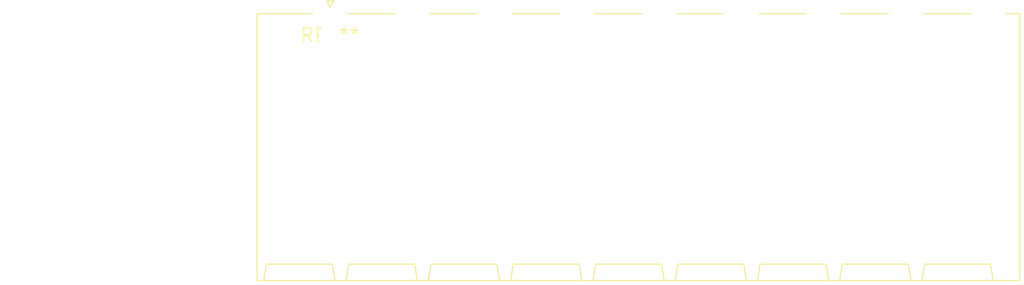
<source format=kicad_pcb>
(kicad_pcb (version 20240108) (generator pcbnew)
  (layers (0 "F.Cu" signal) (31 "B.Cu" signal) (34 "B.Paste" user) (35 "F.Paste" user) (36 "B.SilkS" user "B.Silkscreen") (37 "F.SilkS" user "F.Silkscreen") (38 "B.Mask" user) (39 "F.Mask" user) (44 "Edge.Cuts" user))
  (net 0 "")
  (footprint "PhoenixContact_SPT_5_9-H-7.5-ZB_1x09_P7.5mm_Horizontal" (layer "F.Cu") (at 0 0)
    (property "Reference" "REF**")
    (property "Value" "PhoenixContact_SPT_5_9-H-7.5-ZB_1x09_P7.5mm_Horizontal")
    (fp_line (start -6.66 -1.96) (end -1.6 -1.96) (layer "F.SilkS") (stroke (width 0.12)))
    (fp_line (start -6.66 22.41) (end -6.66 -1.96) (layer "F.SilkS") (stroke (width 0.12)))
    (fp_line (start -6.05 22.41) (end -5.8 20.91) (layer "F.SilkS") (stroke (width 0.12)))
    (fp_line (start -5.8 20.91) (end 0.2 20.91) (layer "F.SilkS") (stroke (width 0.12)))
    (fp_line (start -0.3 -3.15) (end 0 -2.55) (layer "F.SilkS") (stroke (width 0.12)))
    (fp_line (start -0.3 -3.15) (end 0.3 -3.15) (layer "F.SilkS") (stroke (width 0.12)))
    (fp_line (start 0.3 -3.15) (end 0 -2.55) (layer "F.SilkS") (stroke (width 0.12)))
    (fp_line (start 0.45 22.41) (end 0.2 20.91) (layer "F.SilkS") (stroke (width 0.12)))
    (fp_line (start 1.45 22.41) (end 1.7 20.91) (layer "F.SilkS") (stroke (width 0.12)))
    (fp_line (start 1.6 -1.96) (end 5.9 -1.96) (layer "F.SilkS") (stroke (width 0.12)))
    (fp_line (start 1.7 20.91) (end 7.7 20.91) (layer "F.SilkS") (stroke (width 0.12)))
    (fp_line (start 7.95 22.41) (end 7.7 20.91) (layer "F.SilkS") (stroke (width 0.12)))
    (fp_line (start 8.95 22.41) (end 9.2 20.91) (layer "F.SilkS") (stroke (width 0.12)))
    (fp_line (start 9.1 -1.96) (end 13.4 -1.96) (layer "F.SilkS") (stroke (width 0.12)))
    (fp_line (start 9.2 20.91) (end 15.2 20.91) (layer "F.SilkS") (stroke (width 0.12)))
    (fp_line (start 15.45 22.41) (end 15.2 20.91) (layer "F.SilkS") (stroke (width 0.12)))
    (fp_line (start 16.45 22.41) (end 16.7 20.91) (layer "F.SilkS") (stroke (width 0.12)))
    (fp_line (start 16.6 -1.96) (end 20.9 -1.96) (layer "F.SilkS") (stroke (width 0.12)))
    (fp_line (start 16.7 20.91) (end 22.7 20.91) (layer "F.SilkS") (stroke (width 0.12)))
    (fp_line (start 22.95 22.41) (end 22.7 20.91) (layer "F.SilkS") (stroke (width 0.12)))
    (fp_line (start 23.95 22.41) (end 24.2 20.91) (layer "F.SilkS") (stroke (width 0.12)))
    (fp_line (start 24.1 -1.96) (end 28.4 -1.96) (layer "F.SilkS") (stroke (width 0.12)))
    (fp_line (start 24.2 20.91) (end 30.2 20.91) (layer "F.SilkS") (stroke (width 0.12)))
    (fp_line (start 30.45 22.41) (end 30.2 20.91) (layer "F.SilkS") (stroke (width 0.12)))
    (fp_line (start 31.45 22.41) (end 31.7 20.91) (layer "F.SilkS") (stroke (width 0.12)))
    (fp_line (start 31.6 -1.96) (end 35.9 -1.96) (layer "F.SilkS") (stroke (width 0.12)))
    (fp_line (start 31.7 20.91) (end 37.7 20.91) (layer "F.SilkS") (stroke (width 0.12)))
    (fp_line (start 37.95 22.41) (end 37.7 20.91) (layer "F.SilkS") (stroke (width 0.12)))
    (fp_line (start 38.95 22.41) (end 39.2 20.91) (layer "F.SilkS") (stroke (width 0.12)))
    (fp_line (start 39.1 -1.96) (end 43.4 -1.96) (layer "F.SilkS") (stroke (width 0.12)))
    (fp_line (start 39.2 20.91) (end 45.2 20.91) (layer "F.SilkS") (stroke (width 0.12)))
    (fp_line (start 45.45 22.41) (end 45.2 20.91) (layer "F.SilkS") (stroke (width 0.12)))
    (fp_line (start 46.45 22.41) (end 46.7 20.91) (layer "F.SilkS") (stroke (width 0.12)))
    (fp_line (start 46.6 -1.96) (end 50.9 -1.96) (layer "F.SilkS") (stroke (width 0.12)))
    (fp_line (start 46.7 20.91) (end 52.7 20.91) (layer "F.SilkS") (stroke (width 0.12)))
    (fp_line (start 52.95 22.41) (end 52.7 20.91) (layer "F.SilkS") (stroke (width 0.12)))
    (fp_line (start 53.95 22.41) (end 54.2 20.91) (layer "F.SilkS") (stroke (width 0.12)))
    (fp_line (start 54.1 -1.96) (end 58.4 -1.96) (layer "F.SilkS") (stroke (width 0.12)))
    (fp_line (start 54.2 20.91) (end 60.2 20.91) (layer "F.SilkS") (stroke (width 0.12)))
    (fp_line (start 60.45 22.41) (end 60.2 20.91) (layer "F.SilkS") (stroke (width 0.12)))
    (fp_line (start 61.6 -1.96) (end 62.86 -1.96) (layer "F.SilkS") (stroke (width 0.12)))
    (fp_line (start 62.86 -1.96) (end 62.86 22.41) (layer "F.SilkS") (stroke (width 0.12)))
    (fp_line (start 62.86 22.41) (end -6.66 22.41) (layer "F.SilkS") (stroke (width 0.12)))
    (pad "1" thru_hole roundrect (at 0 0) (size 2.8 4.3) (drill 2.1) (layers *.Cu *.Mask) (remove_unused_layers) (roundrect_rratio 0.089286))
    (pad "2" thru_hole oval (at 7.5 13.2) (size 2.8 4.3) (drill 2.1) (layers *.Cu *.Mask) (remove_unused_layers))
    (pad "3" thru_hole oval (at 15 0) (size 2.8 4.3) (drill 2.1) (layers *.Cu *.Mask) (remove_unused_layers))
    (pad "4" thru_hole oval (at 22.5 13.2) (size 2.8 4.3) (drill 2.1) (layers *.Cu *.Mask) (remove_unused_layers))
    (pad "5" thru_hole oval (at 30 0) (size 2.8 4.3) (drill 2.1) (layers *.Cu *.Mask) (remove_unused_layers))
    (pad "6" thru_hole oval (at 37.5 13.2) (size 2.8 4.3) (drill 2.1) (layers *.Cu *.Mask) (remove_unused_layers))
    (pad "7" thru_hole oval (at 45 0) (size 2.8 4.3) (drill 2.1) (layers *.Cu *.Mask) (remove_unused_layers))
    (pad "8" thru_hole oval (at 52.5 13.2) (size 2.8 4.3) (drill 2.1) (layers *.Cu *.Mask) (remove_unused_layers))
    (pad "9" thru_hole oval (at 60 0) (size 2.8 4.3) (drill 2.1) (layers *.Cu *.Mask) (remove_unused_layers))
  )
)
</source>
